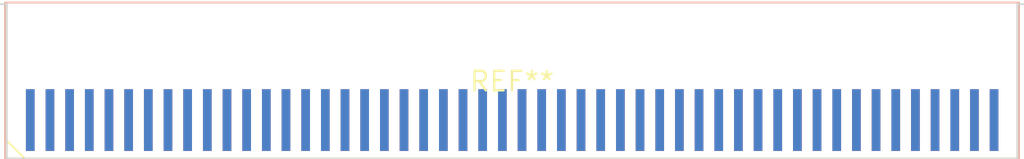
<source format=kicad_pcb>
(kicad_pcb (version 20240108) (generator pcbnew)
  (layers (0 "F.Cu" signal) (31 "B.Cu" signal) (34 "B.Paste" user) (35 "F.Paste" user) (36 "B.SilkS" user "B.Silkscreen") (37 "F.SilkS" user "F.Silkscreen") (38 "B.Mask" user) (39 "F.Mask" user) (44 "Edge.Cuts" user))
  (net 0 "")
  (footprint "Samtec_MECF-50-0_-NP-L-DV_2x50_P1.27mm_Edge" (layer "F.Cu") (at 0 0)
    (property "Reference" "REF**")
    (property "Value" "Samtec_MECF-50-0_-NP-L-DV_2x50_P1.27mm_Edge")
    (fp_line (start -32.73 -5.11) (end 32.73 -5.11) (layer "B.SilkS") (stroke (width 0.12)))
    (fp_line (start -32.73 5) (end -32.73 -5.11) (layer "B.SilkS") (stroke (width 0.12)))
    (fp_line (start -32.73 5) (end 32.73 5) (layer "B.SilkS") (stroke (width 0.12)))
    (fp_line (start 32.73 5) (end 32.73 -5.11) (layer "B.SilkS") (stroke (width 0.12)))
    (fp_line (start -32.73 -5.11) (end 32.73 -5.11) (layer "F.SilkS") (stroke (width 0.12)))
    (fp_line (start -32.73 3.73) (end -32.73 -5.11) (layer "F.SilkS") (stroke (width 0.12)))
    (fp_line (start -31.46 5) (end -32.73 3.73) (layer "F.SilkS") (stroke (width 0.12)))
    (fp_line (start -31.46 5) (end 32.73 5) (layer "F.SilkS") (stroke (width 0.12)))
    (fp_line (start 32.73 5) (end 32.73 -5.11) (layer "F.SilkS") (stroke (width 0.12)))
    (fp_line (start -33 -5) (end -32.625 -5) (layer "Edge.Cuts") (stroke (width 0.12)))
    (fp_line (start -32.625 5) (end -32.625 -5) (layer "Edge.Cuts") (stroke (width 0.12)))
    (fp_line (start -32.625 5) (end 32.625 5) (layer "Edge.Cuts") (stroke (width 0.12)))
    (fp_line (start 32.625 5) (end 32.625 -5) (layer "Edge.Cuts") (stroke (width 0.12)))
    (fp_line (start 33 -5) (end 32.625 -5) (layer "Edge.Cuts") (stroke (width 0.12)))
    (pad "1" connect rect (at -31.105 2.5) (size 0.56 4) (layers "F.Cu" "F.Mask"))
    (pad "2" connect rect (at -31.105 2.5) (size 0.56 4) (layers "B.Cu" "B.Mask"))
    (pad "3" connect rect (at -29.835 2.5) (size 0.56 4) (layers "F.Cu" "F.Mask"))
    (pad "4" connect rect (at -29.835 2.5) (size 0.56 4) (layers "B.Cu" "B.Mask"))
    (pad "5" connect rect (at -28.565 2.5) (size 0.56 4) (layers "F.Cu" "F.Mask"))
    (pad "6" connect rect (at -28.565 2.5) (size 0.56 4) (layers "B.Cu" "B.Mask"))
    (pad "7" connect rect (at -27.295 2.5) (size 0.56 4) (layers "F.Cu" "F.Mask"))
    (pad "8" connect rect (at -27.295 2.5) (size 0.56 4) (layers "B.Cu" "B.Mask"))
    (pad "9" connect rect (at -26.025 2.5) (size 0.56 4) (layers "F.Cu" "F.Mask"))
    (pad "10" connect rect (at -26.025 2.5) (size 0.56 4) (layers "B.Cu" "B.Mask"))
    (pad "11" connect rect (at -24.755 2.5) (size 0.56 4) (layers "F.Cu" "F.Mask"))
    (pad "12" connect rect (at -24.755 2.5) (size 0.56 4) (layers "B.Cu" "B.Mask"))
    (pad "13" connect rect (at -23.485 2.5) (size 0.56 4) (layers "F.Cu" "F.Mask"))
    (pad "14" connect rect (at -23.485 2.5) (size 0.56 4) (layers "B.Cu" "B.Mask"))
    (pad "15" connect rect (at -22.215 2.5) (size 0.56 4) (layers "F.Cu" "F.Mask"))
    (pad "16" connect rect (at -22.215 2.5) (size 0.56 4) (layers "B.Cu" "B.Mask"))
    (pad "17" connect rect (at -20.945 2.5) (size 0.56 4) (layers "F.Cu" "F.Mask"))
    (pad "18" connect rect (at -20.945 2.5) (size 0.56 4) (layers "B.Cu" "B.Mask"))
    (pad "19" connect rect (at -19.675 2.5) (size 0.56 4) (layers "F.Cu" "F.Mask"))
    (pad "20" connect rect (at -19.675 2.5) (size 0.56 4) (layers "B.Cu" "B.Mask"))
    (pad "21" connect rect (at -18.405 2.5) (size 0.56 4) (layers "F.Cu" "F.Mask"))
    (pad "22" connect rect (at -18.405 2.5) (size 0.56 4) (layers "B.Cu" "B.Mask"))
    (pad "23" connect rect (at -17.135 2.5) (size 0.56 4) (layers "F.Cu" "F.Mask"))
    (pad "24" connect rect (at -17.135 2.5) (size 0.56 4) (layers "B.Cu" "B.Mask"))
    (pad "25" connect rect (at -15.865 2.5) (size 0.56 4) (layers "F.Cu" "F.Mask"))
    (pad "26" connect rect (at -15.865 2.5) (size 0.56 4) (layers "B.Cu" "B.Mask"))
    (pad "27" connect rect (at -14.595 2.5) (size 0.56 4) (layers "F.Cu" "F.Mask"))
    (pad "28" connect rect (at -14.595 2.5) (size 0.56 4) (layers "B.Cu" "B.Mask"))
    (pad "29" connect rect (at -13.325 2.5) (size 0.56 4) (layers "F.Cu" "F.Mask"))
    (pad "30" connect rect (at -13.325 2.5) (size 0.56 4) (layers "B.Cu" "B.Mask"))
    (pad "31" connect rect (at -12.055 2.5) (size 0.56 4) (layers "F.Cu" "F.Mask"))
    (pad "32" connect rect (at -12.055 2.5) (size 0.56 4) (layers "B.Cu" "B.Mask"))
    (pad "33" connect rect (at -10.785 2.5) (size 0.56 4) (layers "F.Cu" "F.Mask"))
    (pad "34" connect rect (at -10.785 2.5) (size 0.56 4) (layers "B.Cu" "B.Mask"))
    (pad "35" connect rect (at -9.515 2.5) (size 0.56 4) (layers "F.Cu" "F.Mask"))
    (pad "36" connect rect (at -9.515 2.5) (size 0.56 4) (layers "B.Cu" "B.Mask"))
    (pad "37" connect rect (at -8.245 2.5) (size 0.56 4) (layers "F.Cu" "F.Mask"))
    (pad "38" connect rect (at -8.245 2.5) (size 0.56 4) (layers "B.Cu" "B.Mask"))
    (pad "39" connect rect (at -6.975 2.5) (size 0.56 4) (layers "F.Cu" "F.Mask"))
    (pad "40" connect rect (at -6.975 2.5) (size 0.56 4) (layers "B.Cu" "B.Mask"))
    (pad "41" connect rect (at -5.705 2.5) (size 0.56 4) (layers "F.Cu" "F.Mask"))
    (pad "42" connect rect (at -5.705 2.5) (size 0.56 4) (layers "B.Cu" "B.Mask"))
    (pad "43" connect rect (at -4.435 2.5) (size 0.56 4) (layers "F.Cu" "F.Mask"))
    (pad "44" connect rect (at -4.435 2.5) (size 0.56 4) (layers "B.Cu" "B.Mask"))
    (pad "45" connect rect (at -3.165 2.5) (size 0.56 4) (layers "F.Cu" "F.Mask"))
    (pad "46" connect rect (at -3.165 2.5) (size 0.56 4) (layers "B.Cu" "B.Mask"))
    (pad "47" connect rect (at -1.895 2.5) (size 0.56 4) (layers "F.Cu" "F.Mask"))
    (pad "48" connect rect (at -1.895 2.5) (size 0.56 4) (layers "B.Cu" "B.Mask"))
    (pad "49" connect rect (at -0.625 2.5) (size 0.56 4) (layers "F.Cu" "F.Mask"))
    (pad "50" connect rect (at -0.625 2.5) (size 0.56 4) (layers "B.Cu" "B.Mask"))
    (pad "51" connect rect (at 0.645 2.5) (size 0.56 4) (layers "F.Cu" "F.Mask"))
    (pad "52" connect rect (at 0.645 2.5) (size 0.56 4) (layers "B.Cu" "B.Mask"))
    (pad "53" connect rect (at 1.915 2.5) (size 0.56 4) (layers "F.Cu" "F.Mask"))
    (pad "54" connect rect (at 1.915 2.5) (size 0.56 4) (layers "B.Cu" "B.Mask"))
    (pad "55" connect rect (at 3.185 2.5) (size 0.56 4) (layers "F.Cu" "F.Mask"))
    (pad "56" connect rect (at 3.185 2.5) (size 0.56 4) (layers "B.Cu" "B.Mask"))
    (pad "57" connect rect (at 4.455 2.5) (size 0.56 4) (layers "F.Cu" "F.Mask"))
    (pad "58" connect rect (at 4.455 2.5) (size 0.56 4) (layers "B.Cu" "B.Mask"))
    (pad "59" connect rect (at 5.725 2.5) (size 0.56 4) (layers "F.Cu" "F.Mask"))
    (pad "60" connect rect (at 5.725 2.5) (size 0.56 4) (layers "B.Cu" "B.Mask"))
    (pad "61" connect rect (at 6.995 2.5) (size 0.56 4) (layers "F.Cu" "F.Mask"))
    (pad "62" connect rect (at 6.995 2.5) (size 0.56 4) (layers "B.Cu" "B.Mask"))
    (pad "63" connect rect (at 8.265 2.5) (size 0.56 4) (layers "F.Cu" "F.Mask"))
    (pad "64" connect rect (at 8.265 2.5) (size 0.56 4) (layers "B.Cu" "B.Mask"))
    (pad "65" connect rect (at 9.535 2.5) (size 0.56 4) (layers "F.Cu" "F.Mask"))
    (pad "66" connect rect (at 9.535 2.5) (size 0.56 4) (layers "B.Cu" "B.Mask"))
    (pad "67" connect rect (at 10.805 2.5) (size 0.56 4) (layers "F.Cu" "F.Mask"))
    (pad "68" connect rect (at 10.805 2.5) (size 0.56 4) (layers "B.Cu" "B.Mask"))
    (pad "69" connect rect (at 12.075 2.5) (size 0.56 4) (layers "F.Cu" "F.Mask"))
    (pad "70" connect rect (at 12.075 2.5) (size 0.56 4) (layers "B.Cu" "B.Mask"))
    (pad "71" connect rect (at 13.345 2.5) (size 0.56 4) (layers "F.Cu" "F.Mask"))
    (pad "72" connect rect (at 13.345 2.5) (size 0.56 4) (layers "B.Cu" "B.Mask"))
    (pad "73" connect rect (at 14.615 2.5) (size 0.56 4) (layers "F.Cu" "F.Mask"))
    (pad "74" connect rect (at 14.615 2.5) (size 0.56 4) (layers "B.Cu" "B.Mask"))
    (pad "75" connect rect (at 15.885 2.5) (size 0.56 4) (layers "F.Cu" "F.Mask"))
    (pad "76" connect rect (at 15.885 2.5) (size 0.56 4) (layers "B.Cu" "B.Mask"))
    (pad "77" connect rect (at 17.155 2.5) (size 0.56 4) (layers "F.Cu" "F.Mask"))
    (pad "78" connect rect (at 17.155 2.5) (size 0.56 4) (layers "B.Cu" "B.Mask"))
    (pad "79" connect rect (at 18.425 2.5) (size 0.56 4) (layers "F.Cu" "F.Mask"))
    (pad "80" connect rect (at 18.425 2.5) (size 0.56 4) (layers "B.Cu" "B.Mask"))
    (pad "81" connect rect (at 19.695 2.5) (size 0.56 4) (layers "F.Cu" "F.Mask"))
    (pad "82" connect rect (at 19.695 2.5) (size 0.56 4) (layers "B.Cu" "B.Mask"))
    (pad "83" connect rect (at 20.965 2.5) (size 0.56 4) (layers "F.Cu" "F.Mask"))
    (pad "84" connect rect (at 20.965 2.5) (size 0.56 4) (layers "B.Cu" "B.Mask"))
    (pad "85" connect rect (at 22.235 2.5) (size 0.56 4) (layers "F.Cu" "F.Mask"))
    (pad "86" connect rect (at 22.235 2.5) (size 0.56 4) (layers "B.Cu" "B.Mask"))
    (pad "87" connect rect (at 23.505 2.5) (size 0.56 4) (layers "F.Cu" "F.Mask"))
    (pad "88" connect rect (at 23.505 2.5) (size 0.56 4) (layers "B.Cu" "B.Mask"))
    (pad "89" connect rect (at 24.775 2.5) (size 0.56 4) (layers "F.Cu" "F.Mask"))
    (pad "90" connect rect (at 24.775 2.5) (size 0.56 4) (layers "B.Cu" "B.Mask"))
    (pad "91" connect rect (at 26.045 2.5) (size 0.56 4) (layers "F.Cu" "F.Mask"))
    (pad "92" connect rect (at 26.045 2.5) (size 0.56 4) (layers "B.Cu" "B.Mask"))
    (pad "93" connect rect (at 27.315 2.5) (size 0.56 4) (layers "F.Cu" "F.Mask"))
    (pad "94" connect rect (at 27.315 2.5) (size 0.56 4) (layers "B.Cu" "B.Mask"))
    (pad "95" connect rect (at 28.585 2.5) (size 0.56 4) (layers "F.Cu" "F.Mask"))
    (pad "96" connect rect (at 28.585 2.5) (size 0.56 4) (layers "B.Cu" "B.Mask"))
    (pad "97" connect rect (at 29.855 2.5) (size 0.56 4) (layers "F.Cu" "F.Mask"))
    (pad "98" connect rect (at 29.855 2.5) (size 0.56 4) (layers "B.Cu" "B.Mask"))
    (pad "99" connect rect (at 31.125 2.5) (size 0.56 4) (layers "F.Cu" "F.Mask"))
    (pad "100" connect rect (at 31.125 2.5) (size 0.56 4) (layers "B.Cu" "B.Mask"))
  )
)
</source>
